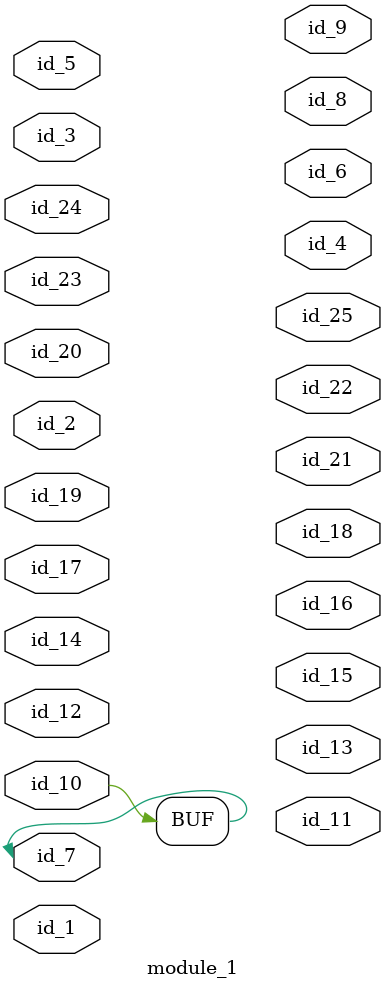
<source format=v>
module module_0 ();
  wire id_1;
  wire id_2;
endmodule
module module_1 (
    id_1,
    id_2,
    id_3,
    id_4,
    id_5,
    id_6,
    id_7,
    id_8,
    id_9,
    id_10,
    id_11,
    id_12,
    id_13,
    id_14,
    id_15,
    id_16,
    id_17,
    id_18,
    id_19,
    id_20,
    id_21,
    id_22,
    id_23,
    id_24,
    id_25
);
  output wire id_25;
  inout wire id_24;
  input wire id_23;
  output wire id_22;
  output wire id_21;
  input wire id_20;
  input wire id_19;
  output wire id_18;
  input wire id_17;
  output wire id_16;
  output wire id_15;
  input wire id_14;
  output wire id_13;
  inout wire id_12;
  output wire id_11;
  inout wire id_10;
  output wire id_9;
  output wire id_8;
  inout wire id_7;
  output wire id_6;
  inout wire id_5;
  output wire id_4;
  input wire id_3;
  input wire id_2;
  inout wire id_1;
  module_0 modCall_1 ();
  assign id_7 = id_10;
endmodule

</source>
